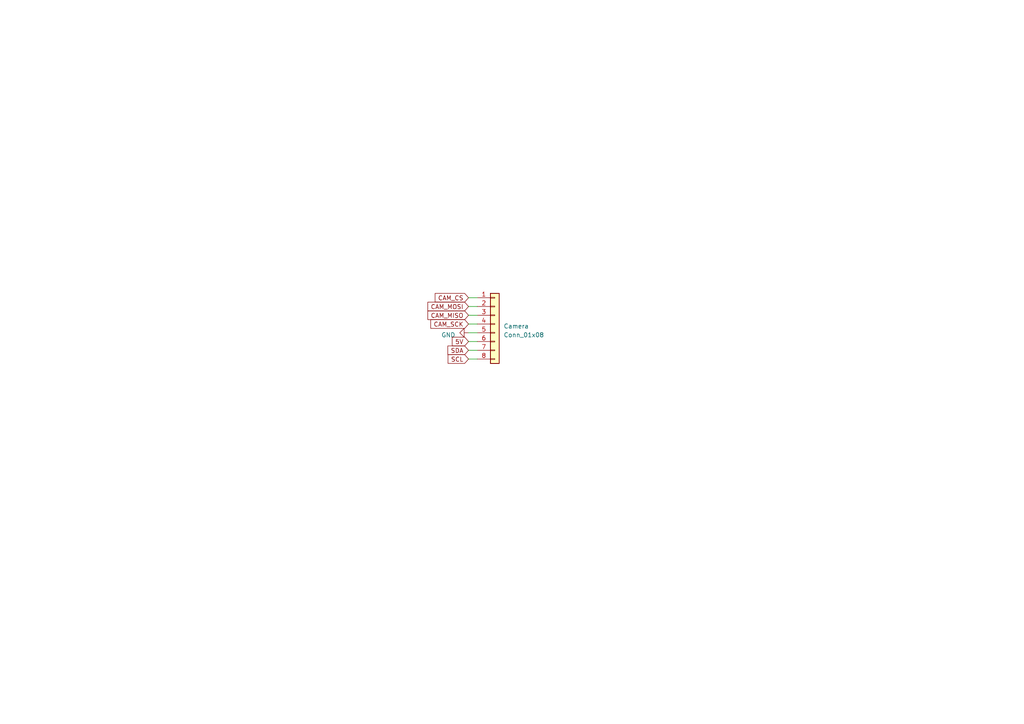
<source format=kicad_sch>
(kicad_sch (version 20230121) (generator eeschema)
  (paper "A4")
  (lib_symbols
    (symbol "Connector_Generic:Conn_01x08" (pin_names (offset 1.016) hide)
      (property "Reference" "J" (at 0 10.16 0))
      (property "Value" "Conn_01x08" (at 0 -12.7 0))
      (symbol "Conn_01x08_1_1"
        (rectangle (start -1.27 -10.033) (end 0 -10.287) (stroke (width 0.1524)))
        (rectangle (start -1.27 -7.493) (end 0 -7.747) (stroke (width 0.1524)))
        (rectangle (start -1.27 -4.953) (end 0 -5.207) (stroke (width 0.1524)))
        (rectangle (start -1.27 -2.413) (end 0 -2.667) (stroke (width 0.1524)))
        (rectangle (start -1.27 0.127) (end 0 -0.127) (stroke (width 0.1524)))
        (rectangle (start -1.27 2.667) (end 0 2.413) (stroke (width 0.1524)))
        (rectangle (start -1.27 5.207) (end 0 4.953) (stroke (width 0.1524)))
        (rectangle (start -1.27 7.747) (end 0 7.493) (stroke (width 0.1524)))
        (rectangle (start -1.27 8.89) (end 1.27 -11.43) (stroke (width 0.254)) (fill (type background)))
        (pin passive line (at -5.08 7.62 0) (length 3.81) (name "Pin_1") (number "1"))
        (pin passive line (at -5.08 5.08 0) (length 3.81) (name "Pin_2") (number "2"))
        (pin passive line (at -5.08 2.54 0) (length 3.81) (name "Pin_3") (number "3"))
        (pin passive line (at -5.08 0 0) (length 3.81) (name "Pin_4") (number "4"))
        (pin passive line (at -5.08 -2.54 0) (length 3.81) (name "Pin_5") (number "5"))
        (pin passive line (at -5.08 -5.08 0) (length 3.81) (name "Pin_6") (number "6"))
        (pin passive line (at -5.08 -7.62 0) (length 3.81) (name "Pin_7") (number "7"))
        (pin passive line (at -5.08 -10.16 0) (length 3.81) (name "Pin_8") (number "8"))
      )
    )
    (symbol "power:GND" (power) (pin_names (offset 0))
      (property "Value" "GND" (at 0 -3.81 0))
      (symbol "GND_0_1"
        (polyline (pts (xy 0 0) (xy 0 -1.27) (xy 1.27 -1.27) (xy 0 -2.54) (xy -1.27 -1.27) (xy 0 -1.27)))
      )
      (symbol "GND_1_1"
        (pin power_in line (at 0 0 270) (length 0) hide (name "GND") (number "1"))
      )
    )
  )
  (wire (pts (xy 135.89 91.44) (xy 138.43 91.44)))
  (wire (pts (xy 135.89 86.36) (xy 138.43 86.36)))
  (wire (pts (xy 135.89 104.14) (xy 138.43 104.14)))
  (wire (pts (xy 135.89 101.6) (xy 138.43 101.6)))
  (wire (pts (xy 135.89 96.52) (xy 138.43 96.52)))
  (wire (pts (xy 135.89 99.06) (xy 138.43 99.06)))
  (wire (pts (xy 135.89 88.9) (xy 138.43 88.9)))
  (wire (pts (xy 135.89 93.98) (xy 138.43 93.98)))
  (global_label "CAM_SCK" (shape input) (at 135.89 93.98 180) (property "Intersheetrefs" "${INTERSHEET_REFS}" (effects hide)))
  (global_label "CAM_CS" (shape input) (at 135.89 86.36 180) (property "Intersheetrefs" "${INTERSHEET_REFS}" (effects hide)))
  (global_label "5V" (shape input) (at 135.89 99.06 180) (property "Intersheetrefs" "${INTERSHEET_REFS}" (effects hide)))
  (global_label "CAM_MOSI" (shape input) (at 135.89 88.9 180) (property "Intersheetrefs" "${INTERSHEET_REFS}" (effects hide)))
  (global_label "CAM_MISO" (shape input) (at 135.89 91.44 180) (property "Intersheetrefs" "${INTERSHEET_REFS}" (effects hide)))
  (global_label "SCL" (shape input) (at 135.89 104.14 180) (property "Intersheetrefs" "${INTERSHEET_REFS}" (effects hide)))
  (global_label "SDA" (shape input) (at 135.89 101.6 180) (property "Intersheetrefs" "${INTERSHEET_REFS}" (effects hide)))
  (symbol (lib_id "Connector_Generic:Conn_01x08") (at 143.51 93.98 0) (unit 1)
    (property "Reference" "Camera" (at 146.05 94.615 0) (effects (justify left)))
    (property "Value" "Conn_01x08" (at 146.05 97.155 0) (effects (justify left)))
    (property "Footprint" "Connector_PinHeader_2.54mm:PinHeader_1x08_P2.54mm_Vertical" (effects hide))
  )
  (symbol (lib_id "power:GND") (at 135.89 96.52 270) (unit 1)
    (property "Reference" "#PWR03" (effects hide))
    (property "Value" "GND" (at 132.08 97.155 90) (effects (justify right)))
  )
)
</source>
